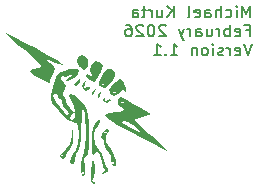
<source format=gbr>
%TF.GenerationSoftware,KiCad,Pcbnew,9.0.2*%
%TF.CreationDate,2026-02-03T14:09:00-07:00*%
%TF.ProjectId,Uno_Shield_DSP_Class_v1,556e6f5f-5368-4696-956c-645f4453505f,rev?*%
%TF.SameCoordinates,Original*%
%TF.FileFunction,Legend,Bot*%
%TF.FilePolarity,Positive*%
%FSLAX46Y46*%
G04 Gerber Fmt 4.6, Leading zero omitted, Abs format (unit mm)*
G04 Created by KiCad (PCBNEW 9.0.2) date 2026-02-03 14:09:00*
%MOMM*%
%LPD*%
G01*
G04 APERTURE LIST*
%ADD10C,0.200000*%
%ADD11C,0.000000*%
G04 APERTURE END LIST*
D10*
X108092326Y-81247331D02*
X108092326Y-80247331D01*
X108092326Y-80247331D02*
X107758993Y-80961616D01*
X107758993Y-80961616D02*
X107425660Y-80247331D01*
X107425660Y-80247331D02*
X107425660Y-81247331D01*
X106949469Y-81247331D02*
X106949469Y-80580664D01*
X106949469Y-80247331D02*
X106997088Y-80294950D01*
X106997088Y-80294950D02*
X106949469Y-80342569D01*
X106949469Y-80342569D02*
X106901850Y-80294950D01*
X106901850Y-80294950D02*
X106949469Y-80247331D01*
X106949469Y-80247331D02*
X106949469Y-80342569D01*
X106044708Y-81199712D02*
X106139946Y-81247331D01*
X106139946Y-81247331D02*
X106330422Y-81247331D01*
X106330422Y-81247331D02*
X106425660Y-81199712D01*
X106425660Y-81199712D02*
X106473279Y-81152092D01*
X106473279Y-81152092D02*
X106520898Y-81056854D01*
X106520898Y-81056854D02*
X106520898Y-80771140D01*
X106520898Y-80771140D02*
X106473279Y-80675902D01*
X106473279Y-80675902D02*
X106425660Y-80628283D01*
X106425660Y-80628283D02*
X106330422Y-80580664D01*
X106330422Y-80580664D02*
X106139946Y-80580664D01*
X106139946Y-80580664D02*
X106044708Y-80628283D01*
X105616136Y-81247331D02*
X105616136Y-80247331D01*
X105187565Y-81247331D02*
X105187565Y-80723521D01*
X105187565Y-80723521D02*
X105235184Y-80628283D01*
X105235184Y-80628283D02*
X105330422Y-80580664D01*
X105330422Y-80580664D02*
X105473279Y-80580664D01*
X105473279Y-80580664D02*
X105568517Y-80628283D01*
X105568517Y-80628283D02*
X105616136Y-80675902D01*
X104282803Y-81247331D02*
X104282803Y-80723521D01*
X104282803Y-80723521D02*
X104330422Y-80628283D01*
X104330422Y-80628283D02*
X104425660Y-80580664D01*
X104425660Y-80580664D02*
X104616136Y-80580664D01*
X104616136Y-80580664D02*
X104711374Y-80628283D01*
X104282803Y-81199712D02*
X104378041Y-81247331D01*
X104378041Y-81247331D02*
X104616136Y-81247331D01*
X104616136Y-81247331D02*
X104711374Y-81199712D01*
X104711374Y-81199712D02*
X104758993Y-81104473D01*
X104758993Y-81104473D02*
X104758993Y-81009235D01*
X104758993Y-81009235D02*
X104711374Y-80913997D01*
X104711374Y-80913997D02*
X104616136Y-80866378D01*
X104616136Y-80866378D02*
X104378041Y-80866378D01*
X104378041Y-80866378D02*
X104282803Y-80818759D01*
X103425660Y-81199712D02*
X103520898Y-81247331D01*
X103520898Y-81247331D02*
X103711374Y-81247331D01*
X103711374Y-81247331D02*
X103806612Y-81199712D01*
X103806612Y-81199712D02*
X103854231Y-81104473D01*
X103854231Y-81104473D02*
X103854231Y-80723521D01*
X103854231Y-80723521D02*
X103806612Y-80628283D01*
X103806612Y-80628283D02*
X103711374Y-80580664D01*
X103711374Y-80580664D02*
X103520898Y-80580664D01*
X103520898Y-80580664D02*
X103425660Y-80628283D01*
X103425660Y-80628283D02*
X103378041Y-80723521D01*
X103378041Y-80723521D02*
X103378041Y-80818759D01*
X103378041Y-80818759D02*
X103854231Y-80913997D01*
X102806612Y-81247331D02*
X102901850Y-81199712D01*
X102901850Y-81199712D02*
X102949469Y-81104473D01*
X102949469Y-81104473D02*
X102949469Y-80247331D01*
X101663754Y-81247331D02*
X101663754Y-80247331D01*
X101092326Y-81247331D02*
X101520897Y-80675902D01*
X101092326Y-80247331D02*
X101663754Y-80818759D01*
X100235183Y-80580664D02*
X100235183Y-81247331D01*
X100663754Y-80580664D02*
X100663754Y-81104473D01*
X100663754Y-81104473D02*
X100616135Y-81199712D01*
X100616135Y-81199712D02*
X100520897Y-81247331D01*
X100520897Y-81247331D02*
X100378040Y-81247331D01*
X100378040Y-81247331D02*
X100282802Y-81199712D01*
X100282802Y-81199712D02*
X100235183Y-81152092D01*
X99758992Y-81247331D02*
X99758992Y-80580664D01*
X99758992Y-80771140D02*
X99711373Y-80675902D01*
X99711373Y-80675902D02*
X99663754Y-80628283D01*
X99663754Y-80628283D02*
X99568516Y-80580664D01*
X99568516Y-80580664D02*
X99473278Y-80580664D01*
X99282801Y-80580664D02*
X98901849Y-80580664D01*
X99139944Y-80247331D02*
X99139944Y-81104473D01*
X99139944Y-81104473D02*
X99092325Y-81199712D01*
X99092325Y-81199712D02*
X98997087Y-81247331D01*
X98997087Y-81247331D02*
X98901849Y-81247331D01*
X98139944Y-81247331D02*
X98139944Y-80723521D01*
X98139944Y-80723521D02*
X98187563Y-80628283D01*
X98187563Y-80628283D02*
X98282801Y-80580664D01*
X98282801Y-80580664D02*
X98473277Y-80580664D01*
X98473277Y-80580664D02*
X98568515Y-80628283D01*
X98139944Y-81199712D02*
X98235182Y-81247331D01*
X98235182Y-81247331D02*
X98473277Y-81247331D01*
X98473277Y-81247331D02*
X98568515Y-81199712D01*
X98568515Y-81199712D02*
X98616134Y-81104473D01*
X98616134Y-81104473D02*
X98616134Y-81009235D01*
X98616134Y-81009235D02*
X98568515Y-80913997D01*
X98568515Y-80913997D02*
X98473277Y-80866378D01*
X98473277Y-80866378D02*
X98235182Y-80866378D01*
X98235182Y-80866378D02*
X98139944Y-80818759D01*
X107758993Y-82333465D02*
X108092326Y-82333465D01*
X108092326Y-82857275D02*
X108092326Y-81857275D01*
X108092326Y-81857275D02*
X107616136Y-81857275D01*
X106854231Y-82809656D02*
X106949469Y-82857275D01*
X106949469Y-82857275D02*
X107139945Y-82857275D01*
X107139945Y-82857275D02*
X107235183Y-82809656D01*
X107235183Y-82809656D02*
X107282802Y-82714417D01*
X107282802Y-82714417D02*
X107282802Y-82333465D01*
X107282802Y-82333465D02*
X107235183Y-82238227D01*
X107235183Y-82238227D02*
X107139945Y-82190608D01*
X107139945Y-82190608D02*
X106949469Y-82190608D01*
X106949469Y-82190608D02*
X106854231Y-82238227D01*
X106854231Y-82238227D02*
X106806612Y-82333465D01*
X106806612Y-82333465D02*
X106806612Y-82428703D01*
X106806612Y-82428703D02*
X107282802Y-82523941D01*
X106378040Y-82857275D02*
X106378040Y-81857275D01*
X106378040Y-82238227D02*
X106282802Y-82190608D01*
X106282802Y-82190608D02*
X106092326Y-82190608D01*
X106092326Y-82190608D02*
X105997088Y-82238227D01*
X105997088Y-82238227D02*
X105949469Y-82285846D01*
X105949469Y-82285846D02*
X105901850Y-82381084D01*
X105901850Y-82381084D02*
X105901850Y-82666798D01*
X105901850Y-82666798D02*
X105949469Y-82762036D01*
X105949469Y-82762036D02*
X105997088Y-82809656D01*
X105997088Y-82809656D02*
X106092326Y-82857275D01*
X106092326Y-82857275D02*
X106282802Y-82857275D01*
X106282802Y-82857275D02*
X106378040Y-82809656D01*
X105473278Y-82857275D02*
X105473278Y-82190608D01*
X105473278Y-82381084D02*
X105425659Y-82285846D01*
X105425659Y-82285846D02*
X105378040Y-82238227D01*
X105378040Y-82238227D02*
X105282802Y-82190608D01*
X105282802Y-82190608D02*
X105187564Y-82190608D01*
X104425659Y-82190608D02*
X104425659Y-82857275D01*
X104854230Y-82190608D02*
X104854230Y-82714417D01*
X104854230Y-82714417D02*
X104806611Y-82809656D01*
X104806611Y-82809656D02*
X104711373Y-82857275D01*
X104711373Y-82857275D02*
X104568516Y-82857275D01*
X104568516Y-82857275D02*
X104473278Y-82809656D01*
X104473278Y-82809656D02*
X104425659Y-82762036D01*
X103520897Y-82857275D02*
X103520897Y-82333465D01*
X103520897Y-82333465D02*
X103568516Y-82238227D01*
X103568516Y-82238227D02*
X103663754Y-82190608D01*
X103663754Y-82190608D02*
X103854230Y-82190608D01*
X103854230Y-82190608D02*
X103949468Y-82238227D01*
X103520897Y-82809656D02*
X103616135Y-82857275D01*
X103616135Y-82857275D02*
X103854230Y-82857275D01*
X103854230Y-82857275D02*
X103949468Y-82809656D01*
X103949468Y-82809656D02*
X103997087Y-82714417D01*
X103997087Y-82714417D02*
X103997087Y-82619179D01*
X103997087Y-82619179D02*
X103949468Y-82523941D01*
X103949468Y-82523941D02*
X103854230Y-82476322D01*
X103854230Y-82476322D02*
X103616135Y-82476322D01*
X103616135Y-82476322D02*
X103520897Y-82428703D01*
X103044706Y-82857275D02*
X103044706Y-82190608D01*
X103044706Y-82381084D02*
X102997087Y-82285846D01*
X102997087Y-82285846D02*
X102949468Y-82238227D01*
X102949468Y-82238227D02*
X102854230Y-82190608D01*
X102854230Y-82190608D02*
X102758992Y-82190608D01*
X102520896Y-82190608D02*
X102282801Y-82857275D01*
X102044706Y-82190608D02*
X102282801Y-82857275D01*
X102282801Y-82857275D02*
X102378039Y-83095370D01*
X102378039Y-83095370D02*
X102425658Y-83142989D01*
X102425658Y-83142989D02*
X102520896Y-83190608D01*
X100949467Y-81952513D02*
X100901848Y-81904894D01*
X100901848Y-81904894D02*
X100806610Y-81857275D01*
X100806610Y-81857275D02*
X100568515Y-81857275D01*
X100568515Y-81857275D02*
X100473277Y-81904894D01*
X100473277Y-81904894D02*
X100425658Y-81952513D01*
X100425658Y-81952513D02*
X100378039Y-82047751D01*
X100378039Y-82047751D02*
X100378039Y-82142989D01*
X100378039Y-82142989D02*
X100425658Y-82285846D01*
X100425658Y-82285846D02*
X100997086Y-82857275D01*
X100997086Y-82857275D02*
X100378039Y-82857275D01*
X99758991Y-81857275D02*
X99663753Y-81857275D01*
X99663753Y-81857275D02*
X99568515Y-81904894D01*
X99568515Y-81904894D02*
X99520896Y-81952513D01*
X99520896Y-81952513D02*
X99473277Y-82047751D01*
X99473277Y-82047751D02*
X99425658Y-82238227D01*
X99425658Y-82238227D02*
X99425658Y-82476322D01*
X99425658Y-82476322D02*
X99473277Y-82666798D01*
X99473277Y-82666798D02*
X99520896Y-82762036D01*
X99520896Y-82762036D02*
X99568515Y-82809656D01*
X99568515Y-82809656D02*
X99663753Y-82857275D01*
X99663753Y-82857275D02*
X99758991Y-82857275D01*
X99758991Y-82857275D02*
X99854229Y-82809656D01*
X99854229Y-82809656D02*
X99901848Y-82762036D01*
X99901848Y-82762036D02*
X99949467Y-82666798D01*
X99949467Y-82666798D02*
X99997086Y-82476322D01*
X99997086Y-82476322D02*
X99997086Y-82238227D01*
X99997086Y-82238227D02*
X99949467Y-82047751D01*
X99949467Y-82047751D02*
X99901848Y-81952513D01*
X99901848Y-81952513D02*
X99854229Y-81904894D01*
X99854229Y-81904894D02*
X99758991Y-81857275D01*
X99044705Y-81952513D02*
X98997086Y-81904894D01*
X98997086Y-81904894D02*
X98901848Y-81857275D01*
X98901848Y-81857275D02*
X98663753Y-81857275D01*
X98663753Y-81857275D02*
X98568515Y-81904894D01*
X98568515Y-81904894D02*
X98520896Y-81952513D01*
X98520896Y-81952513D02*
X98473277Y-82047751D01*
X98473277Y-82047751D02*
X98473277Y-82142989D01*
X98473277Y-82142989D02*
X98520896Y-82285846D01*
X98520896Y-82285846D02*
X99092324Y-82857275D01*
X99092324Y-82857275D02*
X98473277Y-82857275D01*
X97616134Y-81857275D02*
X97806610Y-81857275D01*
X97806610Y-81857275D02*
X97901848Y-81904894D01*
X97901848Y-81904894D02*
X97949467Y-81952513D01*
X97949467Y-81952513D02*
X98044705Y-82095370D01*
X98044705Y-82095370D02*
X98092324Y-82285846D01*
X98092324Y-82285846D02*
X98092324Y-82666798D01*
X98092324Y-82666798D02*
X98044705Y-82762036D01*
X98044705Y-82762036D02*
X97997086Y-82809656D01*
X97997086Y-82809656D02*
X97901848Y-82857275D01*
X97901848Y-82857275D02*
X97711372Y-82857275D01*
X97711372Y-82857275D02*
X97616134Y-82809656D01*
X97616134Y-82809656D02*
X97568515Y-82762036D01*
X97568515Y-82762036D02*
X97520896Y-82666798D01*
X97520896Y-82666798D02*
X97520896Y-82428703D01*
X97520896Y-82428703D02*
X97568515Y-82333465D01*
X97568515Y-82333465D02*
X97616134Y-82285846D01*
X97616134Y-82285846D02*
X97711372Y-82238227D01*
X97711372Y-82238227D02*
X97901848Y-82238227D01*
X97901848Y-82238227D02*
X97997086Y-82285846D01*
X97997086Y-82285846D02*
X98044705Y-82333465D01*
X98044705Y-82333465D02*
X98092324Y-82428703D01*
X108235183Y-83467219D02*
X107901850Y-84467219D01*
X107901850Y-84467219D02*
X107568517Y-83467219D01*
X106854231Y-84419600D02*
X106949469Y-84467219D01*
X106949469Y-84467219D02*
X107139945Y-84467219D01*
X107139945Y-84467219D02*
X107235183Y-84419600D01*
X107235183Y-84419600D02*
X107282802Y-84324361D01*
X107282802Y-84324361D02*
X107282802Y-83943409D01*
X107282802Y-83943409D02*
X107235183Y-83848171D01*
X107235183Y-83848171D02*
X107139945Y-83800552D01*
X107139945Y-83800552D02*
X106949469Y-83800552D01*
X106949469Y-83800552D02*
X106854231Y-83848171D01*
X106854231Y-83848171D02*
X106806612Y-83943409D01*
X106806612Y-83943409D02*
X106806612Y-84038647D01*
X106806612Y-84038647D02*
X107282802Y-84133885D01*
X106378040Y-84467219D02*
X106378040Y-83800552D01*
X106378040Y-83991028D02*
X106330421Y-83895790D01*
X106330421Y-83895790D02*
X106282802Y-83848171D01*
X106282802Y-83848171D02*
X106187564Y-83800552D01*
X106187564Y-83800552D02*
X106092326Y-83800552D01*
X105806611Y-84419600D02*
X105711373Y-84467219D01*
X105711373Y-84467219D02*
X105520897Y-84467219D01*
X105520897Y-84467219D02*
X105425659Y-84419600D01*
X105425659Y-84419600D02*
X105378040Y-84324361D01*
X105378040Y-84324361D02*
X105378040Y-84276742D01*
X105378040Y-84276742D02*
X105425659Y-84181504D01*
X105425659Y-84181504D02*
X105520897Y-84133885D01*
X105520897Y-84133885D02*
X105663754Y-84133885D01*
X105663754Y-84133885D02*
X105758992Y-84086266D01*
X105758992Y-84086266D02*
X105806611Y-83991028D01*
X105806611Y-83991028D02*
X105806611Y-83943409D01*
X105806611Y-83943409D02*
X105758992Y-83848171D01*
X105758992Y-83848171D02*
X105663754Y-83800552D01*
X105663754Y-83800552D02*
X105520897Y-83800552D01*
X105520897Y-83800552D02*
X105425659Y-83848171D01*
X104949468Y-84467219D02*
X104949468Y-83800552D01*
X104949468Y-83467219D02*
X104997087Y-83514838D01*
X104997087Y-83514838D02*
X104949468Y-83562457D01*
X104949468Y-83562457D02*
X104901849Y-83514838D01*
X104901849Y-83514838D02*
X104949468Y-83467219D01*
X104949468Y-83467219D02*
X104949468Y-83562457D01*
X104330421Y-84467219D02*
X104425659Y-84419600D01*
X104425659Y-84419600D02*
X104473278Y-84371980D01*
X104473278Y-84371980D02*
X104520897Y-84276742D01*
X104520897Y-84276742D02*
X104520897Y-83991028D01*
X104520897Y-83991028D02*
X104473278Y-83895790D01*
X104473278Y-83895790D02*
X104425659Y-83848171D01*
X104425659Y-83848171D02*
X104330421Y-83800552D01*
X104330421Y-83800552D02*
X104187564Y-83800552D01*
X104187564Y-83800552D02*
X104092326Y-83848171D01*
X104092326Y-83848171D02*
X104044707Y-83895790D01*
X104044707Y-83895790D02*
X103997088Y-83991028D01*
X103997088Y-83991028D02*
X103997088Y-84276742D01*
X103997088Y-84276742D02*
X104044707Y-84371980D01*
X104044707Y-84371980D02*
X104092326Y-84419600D01*
X104092326Y-84419600D02*
X104187564Y-84467219D01*
X104187564Y-84467219D02*
X104330421Y-84467219D01*
X103568516Y-83800552D02*
X103568516Y-84467219D01*
X103568516Y-83895790D02*
X103520897Y-83848171D01*
X103520897Y-83848171D02*
X103425659Y-83800552D01*
X103425659Y-83800552D02*
X103282802Y-83800552D01*
X103282802Y-83800552D02*
X103187564Y-83848171D01*
X103187564Y-83848171D02*
X103139945Y-83943409D01*
X103139945Y-83943409D02*
X103139945Y-84467219D01*
X101378040Y-84467219D02*
X101949468Y-84467219D01*
X101663754Y-84467219D02*
X101663754Y-83467219D01*
X101663754Y-83467219D02*
X101758992Y-83610076D01*
X101758992Y-83610076D02*
X101854230Y-83705314D01*
X101854230Y-83705314D02*
X101949468Y-83752933D01*
X100949468Y-84371980D02*
X100901849Y-84419600D01*
X100901849Y-84419600D02*
X100949468Y-84467219D01*
X100949468Y-84467219D02*
X100997087Y-84419600D01*
X100997087Y-84419600D02*
X100949468Y-84371980D01*
X100949468Y-84371980D02*
X100949468Y-84467219D01*
X99949469Y-84467219D02*
X100520897Y-84467219D01*
X100235183Y-84467219D02*
X100235183Y-83467219D01*
X100235183Y-83467219D02*
X100330421Y-83610076D01*
X100330421Y-83610076D02*
X100425659Y-83705314D01*
X100425659Y-83705314D02*
X100520897Y-83752933D01*
D11*
%TO.C,G\u002A\u002A\u002A*%
G36*
X94884670Y-93401946D02*
G01*
X94969166Y-93805728D01*
X94974941Y-94311149D01*
X94907477Y-94743531D01*
X94772255Y-94928193D01*
X94707717Y-94972846D01*
X94879882Y-95157932D01*
X95044876Y-95297618D01*
X94917552Y-95309412D01*
X94803854Y-95265939D01*
X94648484Y-95079717D01*
X94652101Y-95022385D01*
X94661047Y-94626889D01*
X94664628Y-94035613D01*
X94670757Y-93797262D01*
X94727095Y-93391429D01*
X94823238Y-93303535D01*
X94884670Y-93401946D01*
G37*
G36*
X92937998Y-89591651D02*
G01*
X92805619Y-89709584D01*
X92921133Y-89895850D01*
X93119707Y-89930521D01*
X93282923Y-89705114D01*
X93301562Y-89278815D01*
X93150430Y-88774803D01*
X92991862Y-88434608D01*
X92801229Y-87894101D01*
X92860739Y-87700960D01*
X93172733Y-87853500D01*
X93739550Y-88350033D01*
X93825196Y-88432600D01*
X94127311Y-88750601D01*
X94311756Y-89059039D01*
X94407563Y-89467026D01*
X94443759Y-90083676D01*
X94449374Y-91018100D01*
X94449142Y-91140225D01*
X94419174Y-92178760D01*
X94338521Y-92798442D01*
X94206608Y-93003960D01*
X94174091Y-93008177D01*
X94055638Y-93251555D01*
X94104698Y-93877419D01*
X94156394Y-94269981D01*
X94134021Y-94613114D01*
X93970769Y-94659215D01*
X93888650Y-94605961D01*
X93829247Y-94416775D01*
X93911238Y-94498078D01*
X94018865Y-94391355D01*
X93911238Y-94284633D01*
X93817074Y-94378005D01*
X93766804Y-94217909D01*
X93817926Y-93542469D01*
X94039413Y-92655577D01*
X94135901Y-92134934D01*
X94186688Y-91413087D01*
X94193641Y-90616349D01*
X94159014Y-89869817D01*
X94085063Y-89298585D01*
X93974041Y-89027750D01*
X93950437Y-89029434D01*
X93875628Y-89277451D01*
X93823305Y-89832432D01*
X93803611Y-90600775D01*
X93775471Y-91469321D01*
X93685614Y-92174378D01*
X93544534Y-92535146D01*
X93381560Y-92810585D01*
X93275467Y-93325675D01*
X93214158Y-93666335D01*
X93107467Y-93756684D01*
X93157848Y-93644296D01*
X93142314Y-93531299D01*
X93014345Y-93502000D01*
X92988584Y-93533284D01*
X93014286Y-93786007D01*
X92975386Y-93765273D01*
X92888465Y-93462454D01*
X92996302Y-93011444D01*
X93270442Y-92571628D01*
X93332061Y-92488622D01*
X93519439Y-91934439D01*
X93588357Y-91126205D01*
X93587847Y-90993417D01*
X93556503Y-90408973D01*
X93457123Y-90155801D01*
X93262651Y-90153058D01*
X93100028Y-90138962D01*
X92692408Y-89895867D01*
X92199706Y-89467667D01*
X91723194Y-88956601D01*
X91364144Y-88464903D01*
X91223828Y-88094811D01*
X91236273Y-87967110D01*
X91242974Y-87934633D01*
X91441605Y-87934633D01*
X91481042Y-88073286D01*
X91691867Y-88433487D01*
X92008486Y-88855268D01*
X92343744Y-89235107D01*
X92610484Y-89469486D01*
X92721549Y-89454885D01*
X92669294Y-89276628D01*
X92394662Y-88940436D01*
X92225966Y-88735758D01*
X92171662Y-88383248D01*
X92191987Y-88253224D01*
X92020017Y-88150638D01*
X91914934Y-88147046D01*
X91812509Y-87934633D01*
X91816117Y-87828955D01*
X91651069Y-87667826D01*
X91571732Y-87686917D01*
X91441605Y-87934633D01*
X91242974Y-87934633D01*
X91340679Y-87461114D01*
X91515875Y-86816663D01*
X91560565Y-86671852D01*
X91784487Y-86128125D01*
X92087718Y-85840724D01*
X92600599Y-85672123D01*
X92736964Y-85642643D01*
X93256266Y-85579832D01*
X93538650Y-85626380D01*
X93588520Y-85721004D01*
X93499985Y-86044062D01*
X93202756Y-86375475D01*
X92811895Y-86566415D01*
X92592629Y-86598761D01*
X92547730Y-86539153D01*
X92834967Y-86287833D01*
X93091386Y-86075115D01*
X93123136Y-86011855D01*
X92809456Y-86154423D01*
X92492612Y-86261078D01*
X92217506Y-86237347D01*
X92177662Y-86206936D01*
X92081577Y-86308890D01*
X92114401Y-86440829D01*
X92345255Y-86776683D01*
X92500930Y-87068459D01*
X92343431Y-87459708D01*
X92216009Y-87735906D01*
X92295007Y-87881271D01*
X92419119Y-87956527D01*
X92512086Y-88297556D01*
X92560531Y-88547997D01*
X92819677Y-88884531D01*
X92961415Y-88977274D01*
X93152630Y-89296074D01*
X93037310Y-89454885D01*
X92937998Y-89591651D01*
G37*
G36*
X93050270Y-93805121D02*
G01*
X93050221Y-93805162D01*
X93046426Y-93803138D01*
X93050270Y-93805121D01*
G37*
G36*
X95384971Y-89962704D02*
G01*
X95405562Y-90131288D01*
X95200393Y-90444566D01*
X94998300Y-90723167D01*
X94885139Y-91319262D01*
X94992520Y-91963372D01*
X95310391Y-92470347D01*
X95586559Y-92832537D01*
X95740899Y-93344613D01*
X95786117Y-93668520D01*
X95959665Y-93966616D01*
X96027594Y-94025247D01*
X96054588Y-94299381D01*
X96010334Y-94354175D01*
X95674382Y-94494810D01*
X95575416Y-94455982D01*
X95740899Y-94284633D01*
X95906767Y-94148247D01*
X95794713Y-94074456D01*
X95606012Y-93900389D01*
X95525645Y-93443448D01*
X95512163Y-93220819D01*
X95367569Y-92780736D01*
X95124719Y-92622302D01*
X94859112Y-92816531D01*
X94794300Y-92878876D01*
X94706467Y-92740237D01*
X94670980Y-92339267D01*
X94683438Y-91783047D01*
X94739438Y-91178658D01*
X94834580Y-90633181D01*
X94964460Y-90253695D01*
X95200964Y-89959135D01*
X95384971Y-89962704D01*
G37*
G36*
X96012438Y-91112519D02*
G01*
X95904353Y-91283360D01*
X95932736Y-91772984D01*
X96294983Y-92363624D01*
X96516938Y-92734679D01*
X96723151Y-93298595D01*
X96765564Y-93483781D01*
X96770087Y-93793151D01*
X96578481Y-93812368D01*
X96417096Y-93675159D01*
X96391154Y-93542027D01*
X96494289Y-93644296D01*
X96601916Y-93537574D01*
X96494289Y-93430851D01*
X96389699Y-93534562D01*
X96340796Y-93283603D01*
X96320787Y-93006766D01*
X96071728Y-92583610D01*
X95896504Y-92380886D01*
X95740899Y-91928385D01*
X95708099Y-91718113D01*
X95518195Y-91471806D01*
X95435538Y-91335399D01*
X95607205Y-90976229D01*
X95740899Y-90976229D01*
X95848526Y-91082952D01*
X95956153Y-90976229D01*
X95848526Y-90869507D01*
X95740899Y-90976229D01*
X95607205Y-90976229D01*
X95608222Y-90974102D01*
X95854774Y-90735737D01*
X96085644Y-90713316D01*
X96135300Y-90820798D01*
X96069838Y-90976229D01*
X96012438Y-91112519D01*
G37*
G36*
X92512086Y-92923373D02*
G01*
X92480553Y-93077845D01*
X92257140Y-93212405D01*
X91988502Y-93027308D01*
X92026824Y-92897238D01*
X92081577Y-92897238D01*
X92189204Y-93003960D01*
X92296831Y-92897238D01*
X92189204Y-92790515D01*
X92081577Y-92897238D01*
X92026824Y-92897238D01*
X92056770Y-92795595D01*
X92393771Y-92496918D01*
X92518864Y-92406528D01*
X92850896Y-91959878D01*
X93000079Y-91246260D01*
X93082635Y-90335893D01*
X93120242Y-91216901D01*
X93068202Y-91918413D01*
X92834967Y-92363624D01*
X92663945Y-92549304D01*
X92522696Y-92897238D01*
X92512086Y-92923373D01*
G37*
G36*
X98208833Y-88562776D02*
G01*
X98845111Y-88948096D01*
X99689154Y-89455359D01*
X98978956Y-89692471D01*
X98268758Y-89929583D01*
X99529043Y-91075241D01*
X99749320Y-91275483D01*
X101229882Y-92621383D01*
X99292594Y-91610337D01*
X99109524Y-91514806D01*
X97816652Y-90838606D01*
X96868569Y-90331525D01*
X96451673Y-90091305D01*
X97268202Y-90091305D01*
X97457977Y-90285600D01*
X98013373Y-90634978D01*
X98187847Y-90734828D01*
X98664633Y-90983032D01*
X98928203Y-91081892D01*
X98954439Y-91075241D01*
X98873844Y-90932345D01*
X98573701Y-90668664D01*
X98170086Y-90371247D01*
X97779075Y-90127143D01*
X97516747Y-90023401D01*
X97420967Y-90023669D01*
X97268202Y-90091305D01*
X96451673Y-90091305D01*
X96233758Y-89965740D01*
X95880704Y-89713427D01*
X95777891Y-89546763D01*
X95893801Y-89437924D01*
X96196920Y-89359087D01*
X96655730Y-89282427D01*
X96897341Y-89242168D01*
X97309803Y-89144738D01*
X97379032Y-89028087D01*
X97166867Y-88838511D01*
X96947075Y-88604057D01*
X96928882Y-88443511D01*
X97070500Y-88443511D01*
X97247679Y-88521607D01*
X97361634Y-88506203D01*
X97391182Y-88379310D01*
X97359632Y-88353765D01*
X97104176Y-88379310D01*
X97070500Y-88443511D01*
X96928882Y-88443511D01*
X96899992Y-88188571D01*
X96969920Y-88037631D01*
X97151915Y-87950216D01*
X97518939Y-88137929D01*
X97647395Y-88218055D01*
X97910027Y-88379310D01*
X98208833Y-88562776D01*
G37*
G36*
X95846474Y-88098010D02*
G01*
X95789133Y-88281705D01*
X96039649Y-88240157D01*
X96241048Y-88192807D01*
X96277511Y-88310607D01*
X96262356Y-88333639D01*
X95947990Y-88513758D01*
X95642464Y-88322911D01*
X95613902Y-88225203D01*
X95770647Y-87969764D01*
X95905930Y-87916054D01*
X95846474Y-88098010D01*
G37*
G36*
X95493034Y-87587711D02*
G01*
X95426869Y-87867070D01*
X95325631Y-88007726D01*
X95181032Y-88066099D01*
X95236111Y-87765343D01*
X95316947Y-87609718D01*
X95466165Y-87537697D01*
X95493034Y-87587711D01*
G37*
G36*
X97040881Y-87551000D02*
G01*
X96918595Y-87688332D01*
X96613202Y-87863965D01*
X96245675Y-87717857D01*
X96204525Y-87684653D01*
X96199882Y-87589730D01*
X96424737Y-87589730D01*
X96601916Y-87667826D01*
X96715871Y-87652422D01*
X96745419Y-87525529D01*
X96713870Y-87499984D01*
X96458413Y-87525529D01*
X96424737Y-87589730D01*
X96199882Y-87589730D01*
X96191131Y-87410802D01*
X96508400Y-86925088D01*
X96707254Y-86698457D01*
X97063888Y-86473996D01*
X97333900Y-86650501D01*
X97560467Y-87240935D01*
X97563124Y-87250694D01*
X97618034Y-87566016D01*
X97511846Y-87497639D01*
X97511455Y-87497082D01*
X97300842Y-87341511D01*
X97072489Y-87525529D01*
X97040881Y-87551000D01*
G37*
G36*
X94973670Y-87516947D02*
G01*
X94866321Y-87716143D01*
X94706200Y-87780197D01*
X94683146Y-87677313D01*
X94853172Y-87397462D01*
X94881521Y-87369883D01*
X95039206Y-87267583D01*
X94973670Y-87516947D01*
G37*
G36*
X94101875Y-86904462D02*
G01*
X94080317Y-86962519D01*
X94055899Y-87212144D01*
X94315556Y-87173713D01*
X94518897Y-87125770D01*
X94555477Y-87243380D01*
X94513216Y-87299984D01*
X94234119Y-87454380D01*
X94023871Y-87382802D01*
X93875985Y-87082626D01*
X94007323Y-86742085D01*
X94029829Y-86720245D01*
X94173493Y-86638150D01*
X94101875Y-86904462D01*
G37*
G36*
X95980541Y-87112261D02*
G01*
X95702105Y-87215965D01*
X95376243Y-87072364D01*
X95307124Y-87010922D01*
X95302409Y-86920767D01*
X95525645Y-86920767D01*
X95633272Y-87027490D01*
X95740899Y-86920767D01*
X95633272Y-86814044D01*
X95525645Y-86920767D01*
X95302409Y-86920767D01*
X95292367Y-86728746D01*
X95558822Y-86221851D01*
X95672122Y-86048806D01*
X96011886Y-85638058D01*
X96284703Y-85574146D01*
X96576661Y-85823366D01*
X96634874Y-85905511D01*
X96657353Y-86222179D01*
X96372141Y-86677147D01*
X96348451Y-86706925D01*
X96154354Y-86920767D01*
X95980541Y-87112261D01*
G37*
G36*
X93677882Y-86677131D02*
G01*
X93581246Y-86856413D01*
X93350073Y-87027490D01*
X93255932Y-87020704D01*
X93187124Y-86897371D01*
X93485657Y-86596544D01*
X93549419Y-86544964D01*
X93733077Y-86446702D01*
X93677882Y-86677131D01*
G37*
G36*
X95494055Y-85082605D02*
G01*
X95635644Y-85354772D01*
X95489965Y-85867209D01*
X95038016Y-86549870D01*
X94843480Y-86701944D01*
X94528441Y-86577096D01*
X94414592Y-86471899D01*
X94242472Y-86191930D01*
X94316225Y-86063501D01*
X94610814Y-86200934D01*
X94761926Y-86316507D01*
X94879392Y-86375173D01*
X94703504Y-86133991D01*
X94535945Y-85793942D01*
X94657264Y-85333571D01*
X94810600Y-85084707D01*
X95090732Y-84913245D01*
X95494055Y-85082605D01*
G37*
G36*
X87731378Y-82703721D02*
G01*
X88294606Y-82978825D01*
X89076205Y-83380070D01*
X90004538Y-83871624D01*
X90239586Y-83998533D01*
X91106894Y-84481684D01*
X91782792Y-84881991D01*
X92204082Y-85160817D01*
X92307565Y-85279529D01*
X92273655Y-85285393D01*
X91915973Y-85212002D01*
X91396593Y-85002165D01*
X90682425Y-84658475D01*
X91179240Y-85086808D01*
X91421078Y-85315749D01*
X91553240Y-85618120D01*
X91402577Y-86004508D01*
X91234318Y-86365426D01*
X91174829Y-86653960D01*
X91183101Y-86689600D01*
X91093038Y-86798867D01*
X90725061Y-86666807D01*
X90048095Y-86283197D01*
X89661066Y-86029441D01*
X89446775Y-85782419D01*
X89636634Y-85620482D01*
X90243590Y-85491175D01*
X90293017Y-85479941D01*
X90370942Y-85365849D01*
X90208138Y-85114444D01*
X89770682Y-84685282D01*
X89024652Y-84037921D01*
X88548348Y-83630745D01*
X87961233Y-83112005D01*
X87570924Y-82745053D01*
X87444119Y-82590952D01*
X87458155Y-82590588D01*
X87731378Y-82703721D01*
G37*
G36*
X94101881Y-84499244D02*
G01*
X94375278Y-84790393D01*
X94341135Y-85321837D01*
X94211456Y-85636001D01*
X94009223Y-85706380D01*
X93659702Y-85421164D01*
X93638834Y-85399704D01*
X93446288Y-84991216D01*
X93543987Y-84624952D01*
X93891779Y-84466145D01*
X94101881Y-84499244D01*
G37*
%TD*%
M02*

</source>
